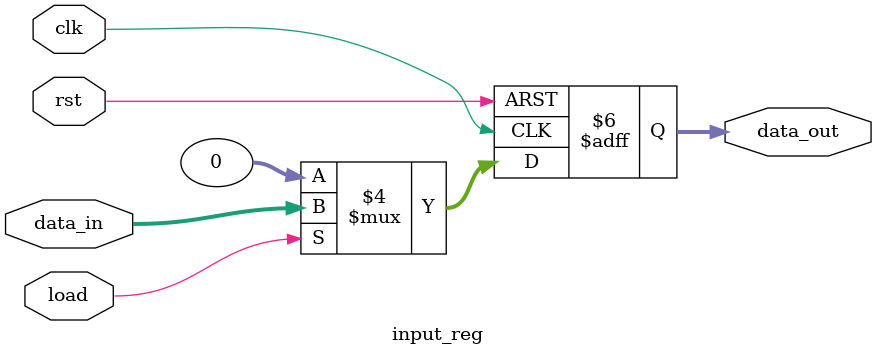
<source format=v>
module input_reg #(parameter size = 32)(clk,rst,load,data_in,data_out);
input clk,rst,load;
input [size-1:0]data_in;
output reg [size-1:0]data_out;

always @(posedge clk, negedge rst) begin
    if(~rst)
        data_out<=0;
    else begin
        if (load) begin
            data_out<=data_in;
        end
        else begin
            data_out<=0;
        end
    end
end
endmodule
</source>
